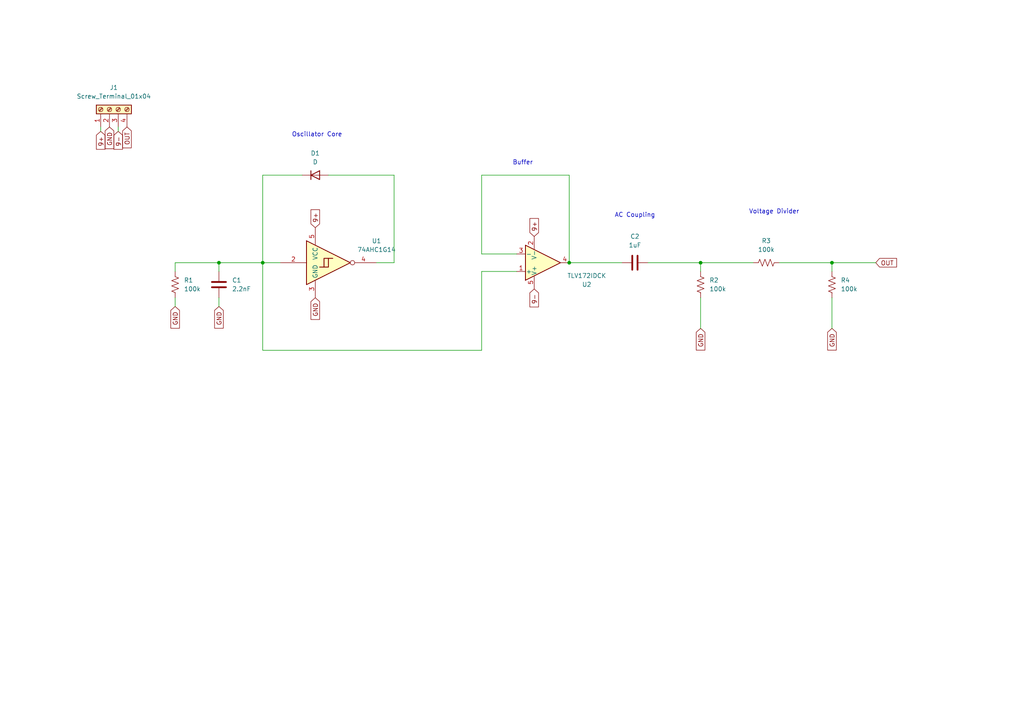
<source format=kicad_sch>
(kicad_sch (version 20231120) (generator "eeschema") (generator_version "8.0")
  (paper "A4")
  (lib_symbols
    (symbol "74xGxx:74AHC1G14"
      (property "Reference" "U" (at 0 3.81 0))
      (property "Value" "74AHC1G14" (at 0 -3.81 0))
      (symbol "74AHC1G14_0_1"
        (polyline (pts (xy -7.62 6.35) (xy -7.62 -6.35) (xy 5.08 0) (xy -7.62 6.35)) (stroke (width 0.254)) (fill (type background)))
      )
      (symbol "74AHC1G14_1_1"
        (polyline (pts (xy -3.81 -1.27) (xy -1.27 -1.27) (xy -1.27 1.27)) (stroke (width 0.254)))
        (polyline (pts (xy -2.54 -1.27) (xy -2.54 1.27) (xy 0 1.27)) (stroke (width 0.254)))
        (pin no_connect line (at -7.62 5.08 180) (length 5.08) hide (name "NC") (number "1"))
        (pin input line (at -15.24 0 0) (length 7.62) (name "~") (number "2"))
        (pin power_in line (at -5.08 -10.16 90) (length 5.08) (name "GND") (number "3"))
        (pin output inverted (at 12.7 0 180) (length 7.62) (name "~") (number "4"))
        (pin power_in line (at -5.08 10.16 270) (length 5.08) (name "VCC") (number "5"))
      )
    )
    (symbol "Amplifier_Operational:TLV172IDCK" (pin_names (offset 0.127))
      (property "Reference" "U" (at 7.62 2.54 0))
      (property "Value" "TLV172IDCK" (at 11.43 -2.54 0))
      (symbol "TLV172IDCK_0_1"
        (polyline (pts (xy -2.54 5.08) (xy -2.54 -5.08) (xy 7.62 0) (xy -2.54 5.08)) (stroke (width 0.254)) (fill (type background)))
      )
      (symbol "TLV172IDCK_1_1"
        (pin input line (at -5.08 2.54 0) (length 2.54) (name "+") (number "1"))
        (pin power_in line (at 0 -7.62 90) (length 3.81) (name "V-") (number "2"))
        (pin input line (at -5.08 -2.54 0) (length 2.54) (name "-") (number "3"))
        (pin output line (at 10.16 0 180) (length 2.54) (name "~") (number "4"))
        (pin power_in line (at 0 7.62 270) (length 3.81) (name "V+") (number "5"))
      )
    )
    (symbol "Connector:Screw_Terminal_01x04" (pin_names (offset 1.016) hide)
      (property "Reference" "J" (at 0 5.08 0))
      (property "Value" "Screw_Terminal_01x04" (at 0 -7.62 0))
      (symbol "Screw_Terminal_01x04_1_1"
        (rectangle (start -1.27 3.81) (end 1.27 -6.35) (stroke (width 0.254)) (fill (type background)))
        (circle (center 0 -5.08) (radius 0.635) (stroke (width 0.1524)))
        (circle (center 0 -2.54) (radius 0.635) (stroke (width 0.1524)))
        (polyline (pts (xy -0.5334 -4.7498) (xy 0.3302 -5.588)) (stroke (width 0.1524)))
        (polyline (pts (xy -0.5334 -2.2098) (xy 0.3302 -3.048)) (stroke (width 0.1524)))
        (polyline (pts (xy -0.5334 0.3302) (xy 0.3302 -0.508)) (stroke (width 0.1524)))
        (polyline (pts (xy -0.5334 2.8702) (xy 0.3302 2.032)) (stroke (width 0.1524)))
        (polyline (pts (xy -0.3556 -4.572) (xy 0.508 -5.4102)) (stroke (width 0.1524)))
        (polyline (pts (xy -0.3556 -2.032) (xy 0.508 -2.8702)) (stroke (width 0.1524)))
        (polyline (pts (xy -0.3556 0.508) (xy 0.508 -0.3302)) (stroke (width 0.1524)))
        (polyline (pts (xy -0.3556 3.048) (xy 0.508 2.2098)) (stroke (width 0.1524)))
        (circle (center 0 0) (radius 0.635) (stroke (width 0.1524)))
        (circle (center 0 2.54) (radius 0.635) (stroke (width 0.1524)))
        (pin passive line (at -5.08 2.54 0) (length 3.81) (name "Pin_1") (number "1"))
        (pin passive line (at -5.08 0 0) (length 3.81) (name "Pin_2") (number "2"))
        (pin passive line (at -5.08 -2.54 0) (length 3.81) (name "Pin_3") (number "3"))
        (pin passive line (at -5.08 -5.08 0) (length 3.81) (name "Pin_4") (number "4"))
      )
    )
    (symbol "Device:C" (pin_numbers hide) (pin_names (offset 0.254))
      (property "Reference" "C" (at 0.635 2.54 0))
      (property "Value" "C" (at 0.635 -2.54 0))
      (symbol "C_0_1"
        (polyline (pts (xy -2.032 -0.762) (xy 2.032 -0.762)) (stroke (width 0.508)))
        (polyline (pts (xy -2.032 0.762) (xy 2.032 0.762)) (stroke (width 0.508)))
      )
      (symbol "C_1_1"
        (pin passive line (at 0 3.81 270) (length 2.794) (name "~") (number "1"))
        (pin passive line (at 0 -3.81 90) (length 2.794) (name "~") (number "2"))
      )
    )
    (symbol "Device:D" (pin_numbers hide) (pin_names (offset 1.016) hide)
      (property "Reference" "D" (at 0 2.54 0))
      (property "Value" "D" (at 0 -2.54 0))
      (symbol "D_0_1"
        (polyline (pts (xy -1.27 1.27) (xy -1.27 -1.27)) (stroke (width 0.254)))
        (polyline (pts (xy 1.27 0) (xy -1.27 0)))
        (polyline (pts (xy 1.27 1.27) (xy 1.27 -1.27) (xy -1.27 0) (xy 1.27 1.27)) (stroke (width 0.254)))
      )
      (symbol "D_1_1"
        (pin passive line (at -3.81 0 0) (length 2.54) (name "K") (number "1"))
        (pin passive line (at 3.81 0 180) (length 2.54) (name "A") (number "2"))
      )
    )
    (symbol "Device:R_US" (pin_numbers hide) (pin_names (offset 0))
      (property "Reference" "R" (at 2.54 0 90))
      (property "Value" "R_US" (at -2.54 0 90))
      (symbol "R_US_0_1"
        (polyline (pts (xy 0 -2.286) (xy 0 -2.54)))
        (polyline (pts (xy 0 2.286) (xy 0 2.54)))
        (polyline (pts (xy 0 -0.762) (xy 1.016 -1.143) (xy 0 -1.524) (xy -1.016 -1.905) (xy 0 -2.286)))
        (polyline (pts (xy 0 0.762) (xy 1.016 0.381) (xy 0 0) (xy -1.016 -0.381) (xy 0 -0.762)))
        (polyline (pts (xy 0 2.286) (xy 1.016 1.905) (xy 0 1.524) (xy -1.016 1.143) (xy 0 0.762)))
      )
      (symbol "R_US_1_1"
        (pin passive line (at 0 3.81 270) (length 1.27) (name "~") (number "1"))
        (pin passive line (at 0 -3.81 90) (length 1.27) (name "~") (number "2"))
      )
    )
  )
  (junction (at 165.1 76.2))
  (junction (at 63.5 76.2))
  (junction (at 203.2 76.2))
  (junction (at 241.3 76.2))
  (junction (at 76.2 76.2))
  (wire (pts (xy 76.2 50.8) (xy 76.2 76.2)))
  (wire (pts (xy 34.29 38.1) (xy 34.29 36.83)))
  (wire (pts (xy 203.2 76.2) (xy 218.44 76.2)))
  (wire (pts (xy 114.3 76.2) (xy 114.3 50.8)))
  (wire (pts (xy 114.3 50.8) (xy 95.25 50.8)))
  (wire (pts (xy 63.5 76.2) (xy 76.2 76.2)))
  (wire (pts (xy 165.1 76.2) (xy 180.34 76.2)))
  (wire (pts (xy 50.8 76.2) (xy 50.8 78.74)))
  (wire (pts (xy 50.8 76.2) (xy 63.5 76.2)))
  (wire (pts (xy 76.2 76.2) (xy 76.2 101.6)))
  (wire (pts (xy 139.7 101.6) (xy 139.7 78.74)))
  (wire (pts (xy 241.3 76.2) (xy 241.3 78.74)))
  (wire (pts (xy 63.5 86.36) (xy 63.5 88.9)))
  (wire (pts (xy 241.3 86.36) (xy 241.3 95.25)))
  (wire (pts (xy 114.3 76.2) (xy 109.22 76.2)))
  (wire (pts (xy 165.1 76.2) (xy 165.1 50.8)))
  (wire (pts (xy 226.06 76.2) (xy 241.3 76.2)))
  (wire (pts (xy 241.3 76.2) (xy 254 76.2)))
  (wire (pts (xy 63.5 76.2) (xy 63.5 78.74)))
  (wire (pts (xy 50.8 86.36) (xy 50.8 88.9)))
  (wire (pts (xy 139.7 78.74) (xy 149.86 78.74)))
  (wire (pts (xy 139.7 50.8) (xy 139.7 73.66)))
  (wire (pts (xy 76.2 76.2) (xy 81.28 76.2)))
  (wire (pts (xy 76.2 101.6) (xy 139.7 101.6)))
  (wire (pts (xy 203.2 76.2) (xy 203.2 78.74)))
  (wire (pts (xy 29.21 36.83) (xy 29.21 38.1)))
  (wire (pts (xy 139.7 73.66) (xy 149.86 73.66)))
  (wire (pts (xy 87.63 50.8) (xy 76.2 50.8)))
  (wire (pts (xy 165.1 50.8) (xy 139.7 50.8)))
  (wire (pts (xy 187.96 76.2) (xy 203.2 76.2)))
  (wire (pts (xy 203.2 86.36) (xy 203.2 95.25)))
  (text "Buffer" (at 151.638 47.244 0) (effects (font (size 1.27 1.27))))
  (text "Voltage Divider" (at 224.536 61.468 0) (effects (font (size 1.27 1.27))))
  (text "Oscillator Core" (at 91.948 39.116 0) (effects (font (size 1.27 1.27))))
  (text "AC Coupling" (at 184.15 62.484 0) (effects (font (size 1.27 1.27))))
  (global_label "GND" (shape input) (at 241.3 95.25 270) (property "Intersheetrefs" "${INTERSHEET_REFS}" (effects (hide yes))))
  (global_label "9-" (shape input) (at 154.94 83.82 270) (property "Intersheetrefs" "${INTERSHEET_REFS}" (effects (hide yes))))
  (global_label "9+" (shape input) (at 29.21 38.1 270) (property "Intersheetrefs" "${INTERSHEET_REFS}" (effects (hide yes))))
  (global_label "9+" (shape input) (at 154.94 68.58 90) (property "Intersheetrefs" "${INTERSHEET_REFS}" (effects (hide yes))))
  (global_label "GND" (shape input) (at 63.5 88.9 270) (property "Intersheetrefs" "${INTERSHEET_REFS}" (effects (hide yes))))
  (global_label "9+" (shape input) (at 91.44 66.04 90) (property "Intersheetrefs" "${INTERSHEET_REFS}" (effects (hide yes))))
  (global_label "GND" (shape input) (at 91.44 86.36 270) (property "Intersheetrefs" "${INTERSHEET_REFS}" (effects (hide yes))))
  (global_label "OUT" (shape input) (at 254 76.2 0) (property "Intersheetrefs" "${INTERSHEET_REFS}" (effects (hide yes))))
  (global_label "OUT" (shape input) (at 36.83 36.83 270) (property "Intersheetrefs" "${INTERSHEET_REFS}" (effects (hide yes))))
  (global_label "9-" (shape input) (at 34.29 38.1 270) (property "Intersheetrefs" "${INTERSHEET_REFS}" (effects (hide yes))))
  (global_label "GND" (shape input) (at 31.75 36.83 270) (property "Intersheetrefs" "${INTERSHEET_REFS}" (effects (hide yes))))
  (global_label "GND" (shape input) (at 50.8 88.9 270) (property "Intersheetrefs" "${INTERSHEET_REFS}" (effects (hide yes))))
  (global_label "GND" (shape input) (at 203.2 95.25 270) (property "Intersheetrefs" "${INTERSHEET_REFS}" (effects (hide yes))))
  (symbol (lib_id "Device:C") (at 63.5 82.55 0) (unit 1)
    (property "Reference" "C1" (at 67.31 81.2799 0) (effects (justify left)))
    (property "Value" "2.2nF" (at 67.31 83.8199 0) (effects (justify left)))
    (property "Description" "Unpolarized capacitor" (effects (hide yes)))
  )
  (symbol (lib_id "Device:D") (at 91.44 50.8 0) (unit 1)
    (property "Reference" "D1" (at 91.44 44.45 0))
    (property "Value" "D" (at 91.44 46.99 0))
    (property "Description" "Diode" (effects (hide yes)))
    (property "Sim.Device" "D" (effects (hide yes)))
    (property "Sim.Pins" "1=K 2=A" (effects (hide yes)))
  )
  (symbol (lib_id "Amplifier_Operational:TLV172IDCK") (at 154.94 76.2 0) (mirror x) (unit 1)
    (property "Reference" "U2" (at 170.18 82.5186 0))
    (property "Value" "TLV172IDCK" (at 170.18 79.9786 0))
    (property "Footprint" "Package_TO_SOT_SMD:SOT-353_SC-70-5" (effects (hide yes)))
    (property "Datasheet" "http://www.ti.com/lit/ds/symlink/tlv172.pdf" (effects (hide yes)))
    (property "Description" "Low-power Operational Amplifier, SOT-353" (effects (hide yes)))
  )
  (symbol (lib_id "Device:C") (at 184.15 76.2 90) (unit 1)
    (property "Reference" "C2" (at 184.15 68.58 90))
    (property "Value" "1uF" (at 184.15 71.12 90))
    (property "Description" "Unpolarized capacitor" (effects (hide yes)))
  )
  (symbol (lib_id "Connector:Screw_Terminal_01x04") (at 31.75 31.75 90) (unit 1)
    (property "Reference" "J1" (at 33.02 25.4 90))
    (property "Value" "Screw_Terminal_01x04" (at 33.02 27.94 90))
    (property "Description" "Generic screw terminal, single row, 01x04, script generated (kicad-library-utils/schlib/autogen/connector/)" (effects (hide yes)))
  )
  (symbol (lib_id "74xGxx:74AHC1G14") (at 96.52 76.2 0) (unit 1)
    (property "Reference" "U1" (at 109.22 69.8814 0))
    (property "Value" "74AHC1G14" (at 109.22 72.4214 0))
    (property "Datasheet" "https://www.ti.com/lit/ds/symlink/sn74lvc1g14.pdf" (effects (hide yes)))
    (property "Description" "Single Schmitt NOT Gate, Low-Voltage CMOS" (effects (hide yes)))
  )
  (symbol (lib_id "Device:R_US") (at 50.8 82.55 0) (unit 1)
    (property "Reference" "R1" (at 53.34 81.2799 0) (effects (justify left)))
    (property "Value" "100k" (at 53.34 83.8199 0) (effects (justify left)))
    (property "Description" "Resistor, US symbol" (effects (hide yes)))
  )
  (symbol (lib_id "Device:R_US") (at 222.25 76.2 90) (unit 1)
    (property "Reference" "R3" (at 222.25 69.85 90))
    (property "Value" "100k" (at 222.25 72.39 90))
    (property "Description" "Resistor, US symbol" (effects (hide yes)))
  )
  (symbol (lib_id "Device:R_US") (at 203.2 82.55 0) (unit 1)
    (property "Reference" "R2" (at 205.74 81.2799 0) (effects (justify left)))
    (property "Value" "100k" (at 205.74 83.8199 0) (effects (justify left)))
    (property "Description" "Resistor, US symbol" (effects (hide yes)))
  )
  (symbol (lib_id "Device:R_US") (at 241.3 82.55 0) (unit 1)
    (property "Reference" "R4" (at 243.84 81.2799 0) (effects (justify left)))
    (property "Value" "100k" (at 243.84 83.8199 0) (effects (justify left)))
    (property "Description" "Resistor, US symbol" (effects (hide yes)))
  )
)
</source>
